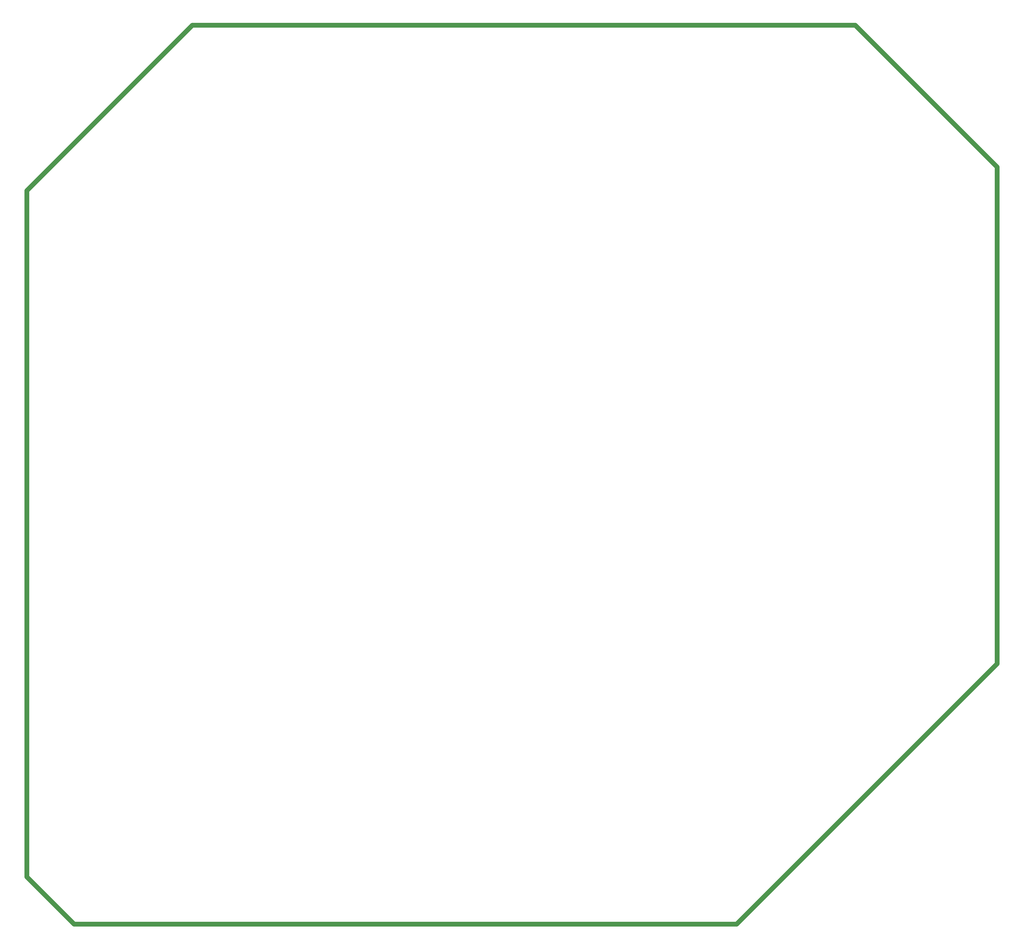
<source format=gbr>
%TF.GenerationSoftware,KiCad,Pcbnew,(5.1.9-0-10_14)*%
%TF.CreationDate,2021-02-25T13:43:07+00:00*%
%TF.ProjectId,Solar_Multiplexer,536f6c61-725f-44d7-956c-7469706c6578,rev?*%
%TF.SameCoordinates,Original*%
%TF.FileFunction,Profile,NP*%
%FSLAX46Y46*%
G04 Gerber Fmt 4.6, Leading zero omitted, Abs format (unit mm)*
G04 Created by KiCad (PCBNEW (5.1.9-0-10_14)) date 2021-02-25 13:43:07*
%MOMM*%
%LPD*%
G01*
G04 APERTURE LIST*
%TA.AperFunction,Profile*%
%ADD10C,1.000000*%
%TD*%
G04 APERTURE END LIST*
D10*
X-350000000Y-250000000D02*
X-340000000Y-260000000D01*
X-315000000Y-70000000D02*
X-350000000Y-105000000D01*
X-145000000Y-100000000D02*
X-175000000Y-70000000D01*
X-200000000Y-260000000D02*
X-145000000Y-205000000D01*
X-350000000Y-250000000D02*
X-350000000Y-105000000D01*
X-200000000Y-260000000D02*
X-340000000Y-260000000D01*
X-145000000Y-205000000D02*
X-145000000Y-100000000D01*
X-315000000Y-70000000D02*
X-175000000Y-70000000D01*
M02*

</source>
